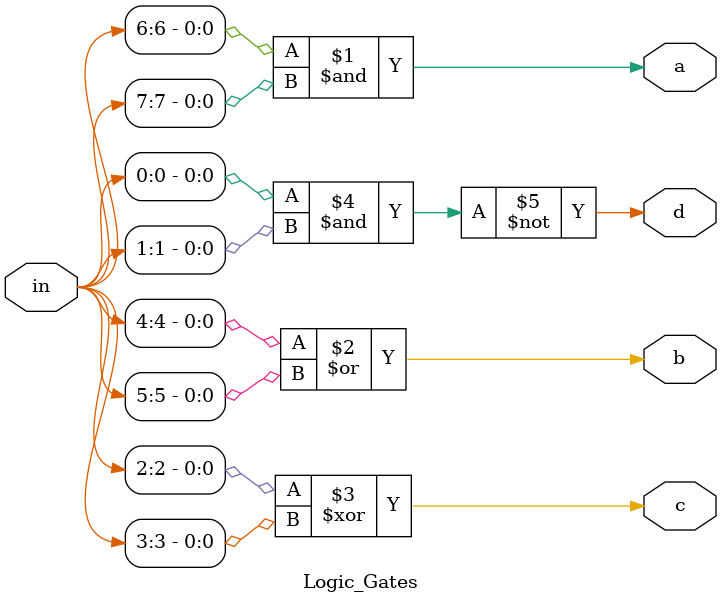
<source format=v>
module Logic_Gates(
  input[7:0]in,
  output a, b, c, d);
  
  assign a = in[6] & in[7];
  assign b = in[4] | in[5];
  assign c = in[2] ^ in[3];
  assign d = ~(in[0] & in[1]);
  
endmodule
</source>
